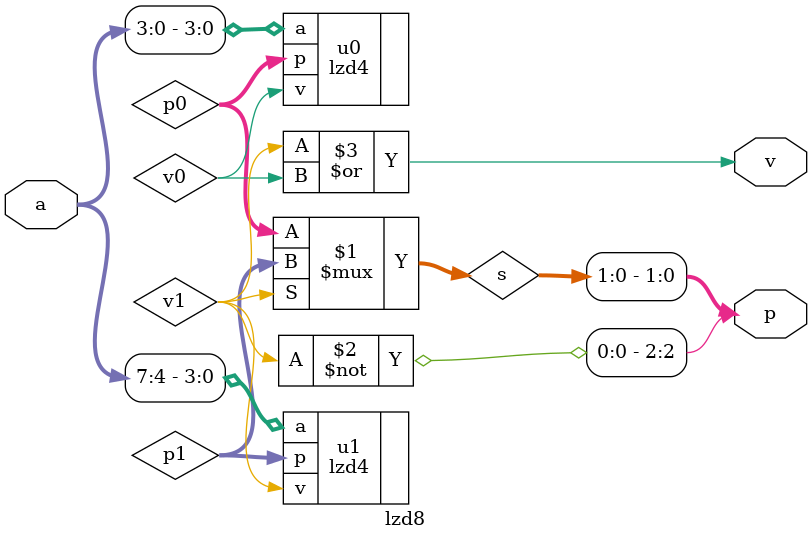
<source format=v>
module lzd8(
	input [7:0] a,
	output [2:0] p,
	output v);

wire v1, v0;
wire [1:0] p1, p0, s;

lzd4 u0(
	.a(a[3:0]),
	.p(p0),
	.v(v0)
);

lzd4 u1(
	.a(a[7:4]),
	.p(p1),
	.v(v1)
);

assign s = (v1)?p1:p0;
assign p = {~v1,s};
assign v = v1 | v0;

endmodule

</source>
